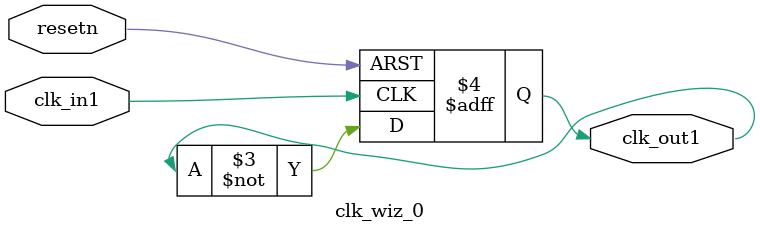
<source format=sv>
/*
MIT License

Copyright (c) 2023

Permission is hereby granted, free of charge, to any person obtaining a copy
of this software and associated documentation files (the "Software"), to deal
in the Software without restriction, including without limitation the rights
to use, copy, modify, merge, publish, distribute, sublicense, and/or sell
copies of the Software, and to permit persons to whom the Software is
furnished to do so, subject to the following conditions:

The above copyright notice and this permission notice shall be included in all
copies or substantial portions of the Software.

THE SOFTWARE IS PROVIDED "AS IS", WITHOUT WARRANTY OF ANY KIND, EXPRESS OR
IMPLIED, INCLUDING BUT NOT LIMITED TO THE WARRANTIES OF MERCHANTABILITY,
FITNESS FOR A PARTICULAR PURPOSE AND NONINFRINGEMENT. IN NO EVENT SHALL THE
AUTHORS OR COPYRIGHT HOLDERS BE LIABLE FOR ANY CLAIM, DAMAGES OR OTHER
LIABILITY, WHETHER IN AN ACTION OF CONTRACT, TORT OR OTHERWISE, ARISING FROM,
OUT OF OR IN CONNECTION WITH THE SOFTWARE OR THE USE OR OTHER DEALINGS IN THE
SOFTWARE.
*/

module clk_wiz_0(
input clk_in1,
input resetn,
output reg clk_out1);

always@(posedge clk_in1, negedge resetn)
begin
    if(!resetn)
    begin
        clk_out1 <= 1'b0;
    end else begin
        clk_out1 <= ~clk_out1;
    end
end

endmodule

</source>
